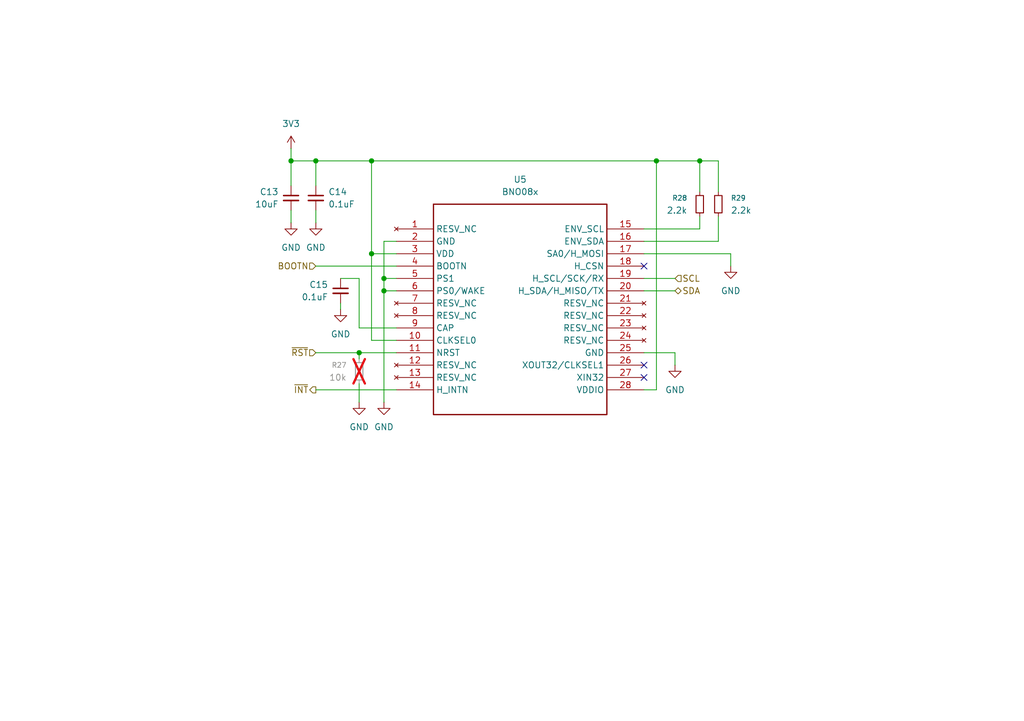
<source format=kicad_sch>
(kicad_sch (version 20250114) (generator "eeschema") (generator_version "9.0")
  (paper "A5")
  (lib_symbols
    (symbol "Device:C_Small" (pin_numbers (hide yes)) (pin_names (offset 0.254) (hide yes))
      (property "Reference" "C" (at 0.254 1.778 0))
      (property "Value" "C_Small" (at 0.254 -2.032 0))
      (symbol "C_Small_0_1"
        (polyline (pts (xy -1.524 0.508) (xy 1.524 0.508)) (stroke (width 0.3048)))
        (polyline (pts (xy -1.524 -0.508) (xy 1.524 -0.508)) (stroke (width 0.3302)))
      )
      (symbol "C_Small_1_1"
        (pin passive line (at 0 2.54 270) (length 2.032) (name "~") (number "1"))
        (pin passive line (at 0 -2.54 90) (length 2.032) (name "~") (number "2"))
      )
    )
    (symbol "Device:R_Small" (pin_numbers (hide yes)) (pin_names (offset 0.254) (hide yes))
      (property "Reference" "R" (at 0 0 90))
      (property "Value" "R_Small" (at 1.778 0 90))
      (symbol "R_Small_0_1"
        (rectangle (start -0.762 1.778) (end 0.762 -1.778) (stroke (width 0.2032)))
      )
      (symbol "R_Small_1_1"
        (pin passive line (at 0 2.54 270) (length 0.762) (name "~") (number "1"))
        (pin passive line (at 0 -2.54 90) (length 0.762) (name "~") (number "2"))
      )
    )
    (symbol "local-library:BNO08x"
      (property "Reference" "U" (at 0 25.654 0))
      (property "Value" "BNO08x" (at 0 23.622 0))
      (symbol "BNO08x_0_1"
        (rectangle (start -17.78 21.59) (end 17.78 -21.59) (stroke (width 0.254)))
        (pin no_connect line (at -25.4 16.51 0) (length 7.62) (name "RESV_NC") (number "1"))
        (pin power_in line (at -25.4 11.43 0) (length 7.62) (name "VDD") (number "3"))
        (pin no_connect line (at -25.4 1.27 0) (length 7.62) (name "RESV_NC") (number "7"))
        (pin no_connect line (at -25.4 -1.27 0) (length 7.62) (name "RESV_NC") (number "8"))
        (pin passive line (at -25.4 -3.81 0) (length 7.62) (name "CAP") (number "9"))
        (pin no_connect line (at -25.4 -11.43 0) (length 7.62) (name "RESV_NC") (number "12"))
        (pin no_connect line (at -25.4 -13.97 0) (length 7.62) (name "RESV_NC") (number "13"))
        (pin output line (at -25.4 -16.51 0) (length 7.62) (name "H_INTN") (number "14"))
        (pin input line (at 25.4 11.43 180) (length 7.62) (name "SA0/H_MOSI") (number "17"))
        (pin input line (at 25.4 8.89 180) (length 7.62) (name "H_CSN") (number "18"))
        (pin bidirectional line (at 25.4 6.35 180) (length 7.62) (name "H_SCL/SCK/RX") (number "19"))
        (pin bidirectional line (at 25.4 3.81 180) (length 7.62) (name "H_SDA/H_MISO/TX") (number "20"))
        (pin no_connect line (at 25.4 1.27 180) (length 7.62) (name "RESV_NC") (number "21"))
        (pin no_connect line (at 25.4 -1.27 180) (length 7.62) (name "RESV_NC") (number "22"))
        (pin no_connect line (at 25.4 -3.81 180) (length 7.62) (name "RESV_NC") (number "23"))
        (pin power_in line (at 25.4 -16.51 180) (length 7.62) (name "VDDIO") (number "28"))
      )
      (symbol "BNO08x_1_1"
        (pin power_in line (at -25.4 13.97 0) (length 7.62) (name "GND") (number "2"))
        (pin input line (at -25.4 8.89 0) (length 7.62) (name "BOOTN") (number "4"))
        (pin input line (at -25.4 6.35 0) (length 7.62) (name "PS1") (number "5"))
        (pin input line (at -25.4 3.81 0) (length 7.62) (name "PS0/WAKE") (number "6"))
        (pin input line (at -25.4 -6.35 0) (length 7.62) (name "CLKSEL0") (number "10"))
        (pin input line (at -25.4 -8.89 0) (length 7.62) (name "NRST") (number "11"))
        (pin bidirectional line (at 25.4 16.51 180) (length 7.62) (name "ENV_SCL") (number "15"))
        (pin bidirectional line (at 25.4 13.97 180) (length 7.62) (name "ENV_SDA") (number "16"))
        (pin no_connect line (at 25.4 -6.35 180) (length 7.62) (name "RESV_NC") (number "24"))
        (pin power_in line (at 25.4 -8.89 180) (length 7.62) (name "GND") (number "25"))
        (pin passive line (at 25.4 -11.43 180) (length 7.62) (name "XOUT32/CLKSEL1") (number "26"))
        (pin passive line (at 25.4 -13.97 180) (length 7.62) (name "XIN32") (number "27"))
      )
    )
    (symbol "power:+1V0" (power) (pin_numbers (hide yes)) (pin_names (offset 0) (hide yes))
      (property "Value" "+1V0" (at 0 3.556 0))
      (symbol "+1V0_0_1"
        (polyline (pts (xy -0.762 1.27) (xy 0 2.54)))
        (polyline (pts (xy 0 2.54) (xy 0.762 1.27)))
        (polyline (pts (xy 0 0) (xy 0 2.54)))
      )
      (symbol "+1V0_1_1"
        (pin power_in line (at 0 0 90) (length 0) (name "~") (number "1"))
      )
    )
    (symbol "power:GND" (power) (pin_numbers (hide yes)) (pin_names (offset 0) (hide yes))
      (property "Value" "GND" (at 0 -3.81 0))
      (symbol "GND_0_1"
        (polyline (pts (xy 0 0) (xy 0 -1.27) (xy 1.27 -1.27) (xy 0 -2.54) (xy -1.27 -1.27) (xy 0 -1.27)))
      )
      (symbol "GND_1_1"
        (pin power_in line (at 0 0 270) (length 0) (name "~") (number "1"))
      )
    )
  )
  (junction (at 78.74 59.69))
  (junction (at 143.51 33.02))
  (junction (at 64.77 33.02))
  (junction (at 76.2 33.02))
  (junction (at 73.66 72.39))
  (junction (at 59.69 33.02))
  (junction (at 76.2 52.07))
  (junction (at 78.74 57.15))
  (junction (at 134.62 33.02))
  (no_connect (at 132.08 77.47))
  (no_connect (at 132.08 74.93))
  (no_connect (at 132.08 54.61))
  (wire (pts (xy 76.2 33.02) (xy 76.2 52.07)))
  (wire (pts (xy 143.51 33.02) (xy 134.62 33.02)))
  (wire (pts (xy 143.51 39.37) (xy 143.51 33.02)))
  (wire (pts (xy 73.66 72.39) (xy 73.66 73.66)))
  (wire (pts (xy 64.77 72.39) (xy 73.66 72.39)))
  (wire (pts (xy 132.08 80.01) (xy 134.62 80.01)))
  (wire (pts (xy 132.08 52.07) (xy 149.86 52.07)))
  (wire (pts (xy 73.66 67.31) (xy 73.66 57.15)))
  (wire (pts (xy 59.69 33.02) (xy 64.77 33.02)))
  (wire (pts (xy 59.69 30.48) (xy 59.69 33.02)))
  (wire (pts (xy 138.43 72.39) (xy 138.43 74.93)))
  (wire (pts (xy 76.2 52.07) (xy 81.28 52.07)))
  (wire (pts (xy 78.74 57.15) (xy 78.74 49.53)))
  (wire (pts (xy 147.32 39.37) (xy 147.32 33.02)))
  (wire (pts (xy 134.62 33.02) (xy 134.62 80.01)))
  (wire (pts (xy 64.77 45.72) (xy 64.77 43.18)))
  (wire (pts (xy 76.2 52.07) (xy 76.2 69.85)))
  (wire (pts (xy 132.08 46.99) (xy 143.51 46.99)))
  (wire (pts (xy 81.28 67.31) (xy 73.66 67.31)))
  (wire (pts (xy 147.32 33.02) (xy 143.51 33.02)))
  (wire (pts (xy 143.51 46.99) (xy 143.51 44.45)))
  (wire (pts (xy 81.28 59.69) (xy 78.74 59.69)))
  (wire (pts (xy 132.08 57.15) (xy 138.43 57.15)))
  (wire (pts (xy 59.69 33.02) (xy 59.69 38.1)))
  (wire (pts (xy 64.77 80.01) (xy 81.28 80.01)))
  (wire (pts (xy 59.69 45.72) (xy 59.69 43.18)))
  (wire (pts (xy 78.74 57.15) (xy 81.28 57.15)))
  (wire (pts (xy 78.74 49.53) (xy 81.28 49.53)))
  (wire (pts (xy 132.08 49.53) (xy 147.32 49.53)))
  (wire (pts (xy 64.77 33.02) (xy 76.2 33.02)))
  (wire (pts (xy 132.08 72.39) (xy 138.43 72.39)))
  (wire (pts (xy 64.77 33.02) (xy 64.77 38.1)))
  (wire (pts (xy 78.74 59.69) (xy 78.74 82.55)))
  (wire (pts (xy 81.28 69.85) (xy 76.2 69.85)))
  (wire (pts (xy 78.74 57.15) (xy 78.74 59.69)))
  (wire (pts (xy 149.86 54.61) (xy 149.86 52.07)))
  (wire (pts (xy 64.77 54.61) (xy 81.28 54.61)))
  (wire (pts (xy 134.62 33.02) (xy 76.2 33.02)))
  (wire (pts (xy 132.08 59.69) (xy 138.43 59.69)))
  (wire (pts (xy 73.66 72.39) (xy 81.28 72.39)))
  (wire (pts (xy 73.66 78.74) (xy 73.66 82.55)))
  (wire (pts (xy 147.32 49.53) (xy 147.32 44.45)))
  (wire (pts (xy 69.85 62.23) (xy 69.85 63.5)))
  (wire (pts (xy 73.66 57.15) (xy 69.85 57.15)))
  (hierarchical_label "SCL" (shape input) (at 138.43 57.15 0))
  (hierarchical_label "SDA" (shape bidirectional) (at 138.43 59.69 0))
  (hierarchical_label "BOOTN" (shape input) (at 64.77 54.61 180))
  (hierarchical_label "~{RST}" (shape input) (at 64.77 72.39 180))
  (hierarchical_label "~{INT}" (shape output) (at 64.77 80.01 180))
  (symbol (lib_id "Device:R_Small") (at 143.51 41.91 0) (unit 1)
    (property "Reference" "R28" (at 140.97 40.6399 0) (effects (font (size 1.016 1.016)) (justify right)))
    (property "Value" "2.2k" (at 140.97 43.1799 0) (effects (justify right)))
    (property "Footprint" "Resistor_SMD:R_0603_1608Metric" (effects (hide yes)))
    (property "Description" "Resistor, small symbol" (effects (hide yes)))
    (property "Part NO" "CRCW06032K20FKEAC" (effects (hide yes)))
    (property "Manufacturer" "Vishay" (effects (hide yes)))
  )
  (symbol (lib_id "power:GND") (at 64.77 45.72 0) (unit 1)
    (property "Reference" "#PWR051" (effects (hide yes)))
    (property "Value" "GND" (at 64.77 50.8 0))
    (property "Description" "Power symbol creates a global label with name \"GND\" , ground" (effects (hide yes)))
  )
  (symbol (lib_id "Device:C_Small") (at 59.69 40.64 0) (unit 1)
    (property "Reference" "C13" (at 57.15 39.3762 0) (effects (justify right)))
    (property "Value" "10uF" (at 57.15 41.9162 0) (effects (justify right)))
    (property "Footprint" "Capacitor_SMD:C_0603_1608Metric" (effects (hide yes)))
    (property "Description" "Unpolarized capacitor, small symbol" (effects (hide yes)))
    (property "Part NO" "GRM188R60G106ME47J" (effects (hide yes)))
    (property "Manufacturer" "Murata" (effects (hide yes)))
  )
  (symbol (lib_id "power:GND") (at 78.74 82.55 0) (unit 1)
    (property "Reference" "#PWR054" (effects (hide yes)))
    (property "Value" "GND" (at 78.74 87.63 0))
    (property "Description" "Power symbol creates a global label with name \"GND\" , ground" (effects (hide yes)))
  )
  (symbol (lib_id "power:GND") (at 149.86 54.61 0) (unit 1)
    (property "Reference" "#PWR056" (effects (hide yes)))
    (property "Value" "GND" (at 149.86 59.69 0))
    (property "Description" "Power symbol creates a global label with name \"GND\" , ground" (effects (hide yes)))
  )
  (symbol (lib_id "power:GND") (at 138.43 74.93 0) (unit 1)
    (property "Reference" "#PWR055" (effects (hide yes)))
    (property "Value" "GND" (at 138.43 80.01 0))
    (property "Description" "Power symbol creates a global label with name \"GND\" , ground" (effects (hide yes)))
  )
  (symbol (lib_id "power:GND") (at 73.66 82.55 0) (unit 1)
    (property "Reference" "#PWR053" (effects (hide yes)))
    (property "Value" "GND" (at 73.66 87.63 0))
    (property "Description" "Power symbol creates a global label with name \"GND\" , ground" (effects (hide yes)))
  )
  (symbol (lib_id "Device:R_Small") (at 73.66 76.2 0) (unit 1) (dnp yes)
    (property "Reference" "R27" (at 71.12 74.9299 0) (effects (font (size 1.016 1.016)) (justify right)))
    (property "Value" "10k" (at 71.12 77.4699 0) (effects (justify right)))
    (property "Footprint" "Resistor_SMD:R_0603_1608Metric" (effects (hide yes)))
    (property "Description" "Resistor, small symbol" (effects (hide yes)))
    (property "Part NO" "CRCW060310K0FKECC" (effects (hide yes)))
    (property "Manufacturer" "Vishay" (effects (hide yes)))
  )
  (symbol (lib_id "power:GND") (at 59.69 45.72 0) (unit 1)
    (property "Reference" "#PWR050" (effects (hide yes)))
    (property "Value" "GND" (at 59.69 50.8 0))
    (property "Description" "Power symbol creates a global label with name \"GND\" , ground" (effects (hide yes)))
  )
  (symbol (lib_id "Device:C_Small") (at 69.85 59.69 0) (mirror y) (unit 1)
    (property "Reference" "C15" (at 67.31 58.4262 0) (effects (justify left)))
    (property "Value" "0.1uF" (at 67.31 60.9662 0) (effects (justify left)))
    (property "Footprint" "Capacitor_SMD:C_0603_1608Metric" (effects (hide yes)))
    (property "Description" "Unpolarized capacitor, small symbol" (effects (hide yes)))
    (property "Part NO" "GCJ188R71H104KA12D" (effects (hide yes)))
    (property "Manufacturer" "Murata" (effects (hide yes)))
  )
  (symbol (lib_id "Device:C_Small") (at 64.77 40.64 0) (unit 1)
    (property "Reference" "C14" (at 67.31 39.3762 0) (effects (justify left)))
    (property "Value" "0.1uF" (at 67.31 41.9162 0) (effects (justify left)))
    (property "Footprint" "Capacitor_SMD:C_0603_1608Metric" (effects (hide yes)))
    (property "Description" "Unpolarized capacitor, small symbol" (effects (hide yes)))
    (property "Part NO" "GCJ188R71H104KA12D" (effects (hide yes)))
    (property "Manufacturer" "Murata" (effects (hide yes)))
  )
  (symbol (lib_id "local-library:BNO08x") (at 106.68 63.5 0) (unit 1)
    (property "Reference" "U5" (at 106.68 36.83 0))
    (property "Value" "BNO08x" (at 106.68 39.37 0))
    (property "Footprint" "Package_LGA:LGA-28_5.2x3.8mm_P0.5mm" (effects (hide yes)))
    (property "Datasheet" "https://www.ceva-ip.com/wp-content/uploads/BNO080_085-Datasheet.pdf" (effects (hide yes)))
    (property "Part NO" "BNO086" (effects (hide yes)))
    (property "Manufacturer" "CEVA" (effects (hide yes)))
  )
  (symbol (lib_id "power:GND") (at 69.85 63.5 0) (unit 1)
    (property "Reference" "#PWR052" (effects (hide yes)))
    (property "Value" "GND" (at 69.85 68.58 0))
    (property "Description" "Power symbol creates a global label with name \"GND\" , ground" (effects (hide yes)))
  )
  (symbol (lib_id "power:+1V0") (at 59.69 30.48 0) (unit 1)
    (property "Reference" "#PWR049" (effects (hide yes)))
    (property "Value" "3V3" (at 59.69 25.4 0))
    (property "Description" "Power symbol creates a global label with name \"+1V0\"" (effects (hide yes)))
  )
  (symbol (lib_id "Device:R_Small") (at 147.32 41.91 0) (mirror y) (unit 1)
    (property "Reference" "R29" (at 149.86 40.6399 0) (effects (font (size 1.016 1.016)) (justify right)))
    (property "Value" "2.2k" (at 149.86 43.1799 0) (effects (justify right)))
    (property "Footprint" "Resistor_SMD:R_0603_1608Metric" (effects (hide yes)))
    (property "Description" "Resistor, small symbol" (effects (hide yes)))
    (property "Part NO" "CRCW06032K20FKEAC" (effects (hide yes)))
    (property "Manufacturer" "Vishay" (effects (hide yes)))
  )
)
</source>
